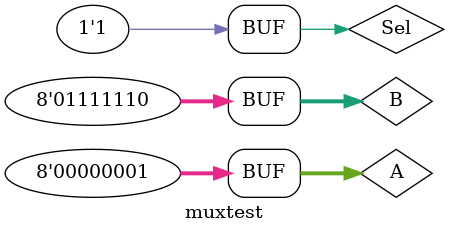
<source format=v>
`timescale 1ns / 1ps


module muxtest;

	// Inputs
	reg [7:0] A;
	reg [7:0] B;
	reg Sel;

	// Outputs
	wire [7:0] Result;

	// Instantiate the Unit Under Test (UUT)
	mux uut (
		.A(A), 
		.B(B), 
		.Sel(Sel), 
		.Result(Result)
	);

	initial begin
		// Initialize Inputs
		A = 7'b0000000;
		B = 7'b0000000;
		Sel = 7'b0000000;

		// Wait 100 ns for global reset to finish
		#50;
        
		// Add stimulus here
      A = 7'b0000000;
		B = 7'b1110011;
		Sel = 1;
		#10
		
		A = 7'b0001000;
		B = 7'b1110111;
		Sel = 1;
		#10
		
		A = 7'b0000001;
		B = 7'b1111110;
		Sel = 1;
		
	end
      
endmodule


</source>
